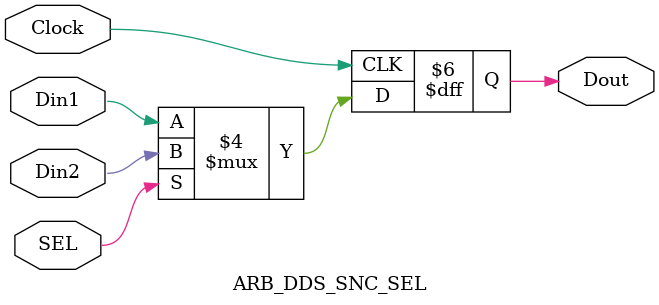
<source format=v>
`timescale	1ns/1ps

module	ARB_DDS_SNC_SEL(Dout, Din1, Din2, SEL, Clock)	;

output	Dout	;
reg	Dout	;

input	Din1, Din2	;
wire	Din1, Din2	;

input	SEL	;
wire	SEL	;

input	Clock	;
wire	Clock	;


always	@(posedge	Clock)
	begin
		if ( SEL == 1'b1 )
			begin
				Dout <= Din2	;
			end
		else 
			begin
				Dout <= Din1	;
			end
	end

endmodule


</source>
